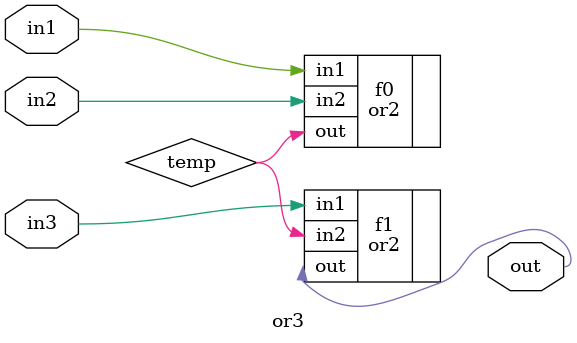
<source format=v>
module or3(out, in1, in2, in3);

	output out;
	input in1, in2, in3;

	wire temp;

	or2 f0(.out(temp), .in1(in1), .in2(in2));
	or2 f1(.out(out), .in1(in3), .in2(temp));

endmodule
</source>
